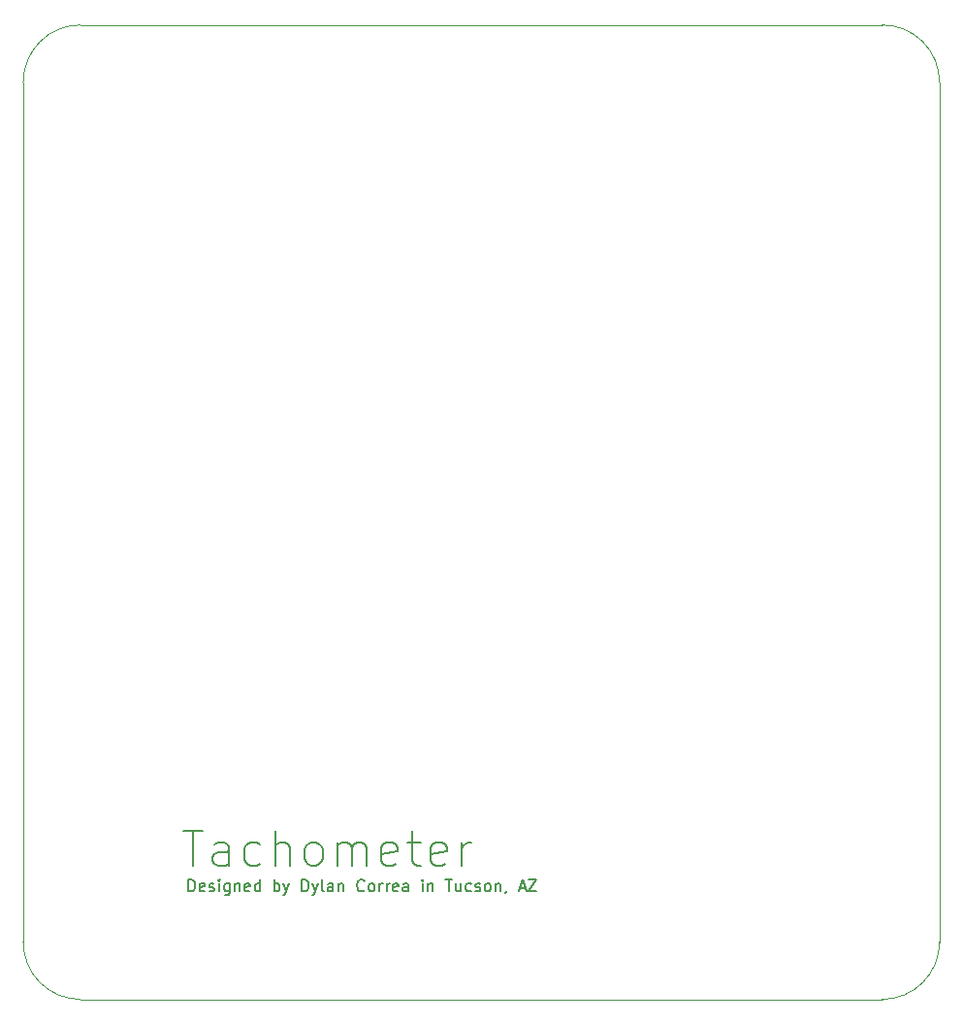
<source format=gbr>
%TF.GenerationSoftware,KiCad,Pcbnew,8.0.6*%
%TF.CreationDate,2025-02-01T10:41:25-07:00*%
%TF.ProjectId,Tachometerkicad,54616368-6f6d-4657-9465-726b69636164,rev?*%
%TF.SameCoordinates,Original*%
%TF.FileFunction,Profile,NP*%
%FSLAX46Y46*%
G04 Gerber Fmt 4.6, Leading zero omitted, Abs format (unit mm)*
G04 Created by KiCad (PCBNEW 8.0.6) date 2025-02-01 10:41:25*
%MOMM*%
%LPD*%
G01*
G04 APERTURE LIST*
%TA.AperFunction,Profile*%
%ADD10C,0.050000*%
%TD*%
%ADD11C,0.150000*%
G04 APERTURE END LIST*
D10*
X110000000Y-40000000D02*
G75*
G02*
X115000000Y-45000000I0J-5000000D01*
G01*
X40000000Y-40000000D02*
X105100000Y-40000000D01*
X35000000Y-120000000D02*
X35000000Y-45000000D01*
X40000000Y-125000000D02*
G75*
G02*
X35000000Y-120000000I0J5000000D01*
G01*
X110000000Y-125000000D02*
X40000000Y-125000000D01*
X110000000Y-40000000D02*
X105100000Y-40000000D01*
X35000000Y-45000000D02*
G75*
G02*
X40000000Y-40000000I5000000J0D01*
G01*
X115000000Y-120000000D02*
G75*
G02*
X110000000Y-125000000I-5000000J0D01*
G01*
X115000000Y-45000000D02*
X115000000Y-120000000D01*
D11*
X48984398Y-110325057D02*
X50698684Y-110325057D01*
X49841541Y-113325057D02*
X49841541Y-110325057D01*
X52984398Y-113325057D02*
X52984398Y-111753628D01*
X52984398Y-111753628D02*
X52841540Y-111467914D01*
X52841540Y-111467914D02*
X52555826Y-111325057D01*
X52555826Y-111325057D02*
X51984398Y-111325057D01*
X51984398Y-111325057D02*
X51698683Y-111467914D01*
X52984398Y-113182200D02*
X52698683Y-113325057D01*
X52698683Y-113325057D02*
X51984398Y-113325057D01*
X51984398Y-113325057D02*
X51698683Y-113182200D01*
X51698683Y-113182200D02*
X51555826Y-112896485D01*
X51555826Y-112896485D02*
X51555826Y-112610771D01*
X51555826Y-112610771D02*
X51698683Y-112325057D01*
X51698683Y-112325057D02*
X51984398Y-112182200D01*
X51984398Y-112182200D02*
X52698683Y-112182200D01*
X52698683Y-112182200D02*
X52984398Y-112039342D01*
X55698684Y-113182200D02*
X55412969Y-113325057D01*
X55412969Y-113325057D02*
X54841541Y-113325057D01*
X54841541Y-113325057D02*
X54555826Y-113182200D01*
X54555826Y-113182200D02*
X54412969Y-113039342D01*
X54412969Y-113039342D02*
X54270112Y-112753628D01*
X54270112Y-112753628D02*
X54270112Y-111896485D01*
X54270112Y-111896485D02*
X54412969Y-111610771D01*
X54412969Y-111610771D02*
X54555826Y-111467914D01*
X54555826Y-111467914D02*
X54841541Y-111325057D01*
X54841541Y-111325057D02*
X55412969Y-111325057D01*
X55412969Y-111325057D02*
X55698684Y-111467914D01*
X56984398Y-113325057D02*
X56984398Y-110325057D01*
X58270113Y-113325057D02*
X58270113Y-111753628D01*
X58270113Y-111753628D02*
X58127255Y-111467914D01*
X58127255Y-111467914D02*
X57841541Y-111325057D01*
X57841541Y-111325057D02*
X57412970Y-111325057D01*
X57412970Y-111325057D02*
X57127255Y-111467914D01*
X57127255Y-111467914D02*
X56984398Y-111610771D01*
X60127256Y-113325057D02*
X59841541Y-113182200D01*
X59841541Y-113182200D02*
X59698684Y-113039342D01*
X59698684Y-113039342D02*
X59555827Y-112753628D01*
X59555827Y-112753628D02*
X59555827Y-111896485D01*
X59555827Y-111896485D02*
X59698684Y-111610771D01*
X59698684Y-111610771D02*
X59841541Y-111467914D01*
X59841541Y-111467914D02*
X60127256Y-111325057D01*
X60127256Y-111325057D02*
X60555827Y-111325057D01*
X60555827Y-111325057D02*
X60841541Y-111467914D01*
X60841541Y-111467914D02*
X60984399Y-111610771D01*
X60984399Y-111610771D02*
X61127256Y-111896485D01*
X61127256Y-111896485D02*
X61127256Y-112753628D01*
X61127256Y-112753628D02*
X60984399Y-113039342D01*
X60984399Y-113039342D02*
X60841541Y-113182200D01*
X60841541Y-113182200D02*
X60555827Y-113325057D01*
X60555827Y-113325057D02*
X60127256Y-113325057D01*
X62412970Y-113325057D02*
X62412970Y-111325057D01*
X62412970Y-111610771D02*
X62555827Y-111467914D01*
X62555827Y-111467914D02*
X62841542Y-111325057D01*
X62841542Y-111325057D02*
X63270113Y-111325057D01*
X63270113Y-111325057D02*
X63555827Y-111467914D01*
X63555827Y-111467914D02*
X63698685Y-111753628D01*
X63698685Y-111753628D02*
X63698685Y-113325057D01*
X63698685Y-111753628D02*
X63841542Y-111467914D01*
X63841542Y-111467914D02*
X64127256Y-111325057D01*
X64127256Y-111325057D02*
X64555827Y-111325057D01*
X64555827Y-111325057D02*
X64841542Y-111467914D01*
X64841542Y-111467914D02*
X64984399Y-111753628D01*
X64984399Y-111753628D02*
X64984399Y-113325057D01*
X67555827Y-113182200D02*
X67270113Y-113325057D01*
X67270113Y-113325057D02*
X66698685Y-113325057D01*
X66698685Y-113325057D02*
X66412970Y-113182200D01*
X66412970Y-113182200D02*
X66270113Y-112896485D01*
X66270113Y-112896485D02*
X66270113Y-111753628D01*
X66270113Y-111753628D02*
X66412970Y-111467914D01*
X66412970Y-111467914D02*
X66698685Y-111325057D01*
X66698685Y-111325057D02*
X67270113Y-111325057D01*
X67270113Y-111325057D02*
X67555827Y-111467914D01*
X67555827Y-111467914D02*
X67698685Y-111753628D01*
X67698685Y-111753628D02*
X67698685Y-112039342D01*
X67698685Y-112039342D02*
X66270113Y-112325057D01*
X68555828Y-111325057D02*
X69698685Y-111325057D01*
X68984399Y-110325057D02*
X68984399Y-112896485D01*
X68984399Y-112896485D02*
X69127256Y-113182200D01*
X69127256Y-113182200D02*
X69412971Y-113325057D01*
X69412971Y-113325057D02*
X69698685Y-113325057D01*
X71841542Y-113182200D02*
X71555828Y-113325057D01*
X71555828Y-113325057D02*
X70984400Y-113325057D01*
X70984400Y-113325057D02*
X70698685Y-113182200D01*
X70698685Y-113182200D02*
X70555828Y-112896485D01*
X70555828Y-112896485D02*
X70555828Y-111753628D01*
X70555828Y-111753628D02*
X70698685Y-111467914D01*
X70698685Y-111467914D02*
X70984400Y-111325057D01*
X70984400Y-111325057D02*
X71555828Y-111325057D01*
X71555828Y-111325057D02*
X71841542Y-111467914D01*
X71841542Y-111467914D02*
X71984400Y-111753628D01*
X71984400Y-111753628D02*
X71984400Y-112039342D01*
X71984400Y-112039342D02*
X70555828Y-112325057D01*
X73270114Y-113325057D02*
X73270114Y-111325057D01*
X73270114Y-111896485D02*
X73412971Y-111610771D01*
X73412971Y-111610771D02*
X73555829Y-111467914D01*
X73555829Y-111467914D02*
X73841543Y-111325057D01*
X73841543Y-111325057D02*
X74127257Y-111325057D01*
X49436779Y-115569819D02*
X49436779Y-114569819D01*
X49436779Y-114569819D02*
X49674874Y-114569819D01*
X49674874Y-114569819D02*
X49817731Y-114617438D01*
X49817731Y-114617438D02*
X49912969Y-114712676D01*
X49912969Y-114712676D02*
X49960588Y-114807914D01*
X49960588Y-114807914D02*
X50008207Y-114998390D01*
X50008207Y-114998390D02*
X50008207Y-115141247D01*
X50008207Y-115141247D02*
X49960588Y-115331723D01*
X49960588Y-115331723D02*
X49912969Y-115426961D01*
X49912969Y-115426961D02*
X49817731Y-115522200D01*
X49817731Y-115522200D02*
X49674874Y-115569819D01*
X49674874Y-115569819D02*
X49436779Y-115569819D01*
X50817731Y-115522200D02*
X50722493Y-115569819D01*
X50722493Y-115569819D02*
X50532017Y-115569819D01*
X50532017Y-115569819D02*
X50436779Y-115522200D01*
X50436779Y-115522200D02*
X50389160Y-115426961D01*
X50389160Y-115426961D02*
X50389160Y-115046009D01*
X50389160Y-115046009D02*
X50436779Y-114950771D01*
X50436779Y-114950771D02*
X50532017Y-114903152D01*
X50532017Y-114903152D02*
X50722493Y-114903152D01*
X50722493Y-114903152D02*
X50817731Y-114950771D01*
X50817731Y-114950771D02*
X50865350Y-115046009D01*
X50865350Y-115046009D02*
X50865350Y-115141247D01*
X50865350Y-115141247D02*
X50389160Y-115236485D01*
X51246303Y-115522200D02*
X51341541Y-115569819D01*
X51341541Y-115569819D02*
X51532017Y-115569819D01*
X51532017Y-115569819D02*
X51627255Y-115522200D01*
X51627255Y-115522200D02*
X51674874Y-115426961D01*
X51674874Y-115426961D02*
X51674874Y-115379342D01*
X51674874Y-115379342D02*
X51627255Y-115284104D01*
X51627255Y-115284104D02*
X51532017Y-115236485D01*
X51532017Y-115236485D02*
X51389160Y-115236485D01*
X51389160Y-115236485D02*
X51293922Y-115188866D01*
X51293922Y-115188866D02*
X51246303Y-115093628D01*
X51246303Y-115093628D02*
X51246303Y-115046009D01*
X51246303Y-115046009D02*
X51293922Y-114950771D01*
X51293922Y-114950771D02*
X51389160Y-114903152D01*
X51389160Y-114903152D02*
X51532017Y-114903152D01*
X51532017Y-114903152D02*
X51627255Y-114950771D01*
X52103446Y-115569819D02*
X52103446Y-114903152D01*
X52103446Y-114569819D02*
X52055827Y-114617438D01*
X52055827Y-114617438D02*
X52103446Y-114665057D01*
X52103446Y-114665057D02*
X52151065Y-114617438D01*
X52151065Y-114617438D02*
X52103446Y-114569819D01*
X52103446Y-114569819D02*
X52103446Y-114665057D01*
X53008207Y-114903152D02*
X53008207Y-115712676D01*
X53008207Y-115712676D02*
X52960588Y-115807914D01*
X52960588Y-115807914D02*
X52912969Y-115855533D01*
X52912969Y-115855533D02*
X52817731Y-115903152D01*
X52817731Y-115903152D02*
X52674874Y-115903152D01*
X52674874Y-115903152D02*
X52579636Y-115855533D01*
X53008207Y-115522200D02*
X52912969Y-115569819D01*
X52912969Y-115569819D02*
X52722493Y-115569819D01*
X52722493Y-115569819D02*
X52627255Y-115522200D01*
X52627255Y-115522200D02*
X52579636Y-115474580D01*
X52579636Y-115474580D02*
X52532017Y-115379342D01*
X52532017Y-115379342D02*
X52532017Y-115093628D01*
X52532017Y-115093628D02*
X52579636Y-114998390D01*
X52579636Y-114998390D02*
X52627255Y-114950771D01*
X52627255Y-114950771D02*
X52722493Y-114903152D01*
X52722493Y-114903152D02*
X52912969Y-114903152D01*
X52912969Y-114903152D02*
X53008207Y-114950771D01*
X53484398Y-114903152D02*
X53484398Y-115569819D01*
X53484398Y-114998390D02*
X53532017Y-114950771D01*
X53532017Y-114950771D02*
X53627255Y-114903152D01*
X53627255Y-114903152D02*
X53770112Y-114903152D01*
X53770112Y-114903152D02*
X53865350Y-114950771D01*
X53865350Y-114950771D02*
X53912969Y-115046009D01*
X53912969Y-115046009D02*
X53912969Y-115569819D01*
X54770112Y-115522200D02*
X54674874Y-115569819D01*
X54674874Y-115569819D02*
X54484398Y-115569819D01*
X54484398Y-115569819D02*
X54389160Y-115522200D01*
X54389160Y-115522200D02*
X54341541Y-115426961D01*
X54341541Y-115426961D02*
X54341541Y-115046009D01*
X54341541Y-115046009D02*
X54389160Y-114950771D01*
X54389160Y-114950771D02*
X54484398Y-114903152D01*
X54484398Y-114903152D02*
X54674874Y-114903152D01*
X54674874Y-114903152D02*
X54770112Y-114950771D01*
X54770112Y-114950771D02*
X54817731Y-115046009D01*
X54817731Y-115046009D02*
X54817731Y-115141247D01*
X54817731Y-115141247D02*
X54341541Y-115236485D01*
X55674874Y-115569819D02*
X55674874Y-114569819D01*
X55674874Y-115522200D02*
X55579636Y-115569819D01*
X55579636Y-115569819D02*
X55389160Y-115569819D01*
X55389160Y-115569819D02*
X55293922Y-115522200D01*
X55293922Y-115522200D02*
X55246303Y-115474580D01*
X55246303Y-115474580D02*
X55198684Y-115379342D01*
X55198684Y-115379342D02*
X55198684Y-115093628D01*
X55198684Y-115093628D02*
X55246303Y-114998390D01*
X55246303Y-114998390D02*
X55293922Y-114950771D01*
X55293922Y-114950771D02*
X55389160Y-114903152D01*
X55389160Y-114903152D02*
X55579636Y-114903152D01*
X55579636Y-114903152D02*
X55674874Y-114950771D01*
X56912970Y-115569819D02*
X56912970Y-114569819D01*
X56912970Y-114950771D02*
X57008208Y-114903152D01*
X57008208Y-114903152D02*
X57198684Y-114903152D01*
X57198684Y-114903152D02*
X57293922Y-114950771D01*
X57293922Y-114950771D02*
X57341541Y-114998390D01*
X57341541Y-114998390D02*
X57389160Y-115093628D01*
X57389160Y-115093628D02*
X57389160Y-115379342D01*
X57389160Y-115379342D02*
X57341541Y-115474580D01*
X57341541Y-115474580D02*
X57293922Y-115522200D01*
X57293922Y-115522200D02*
X57198684Y-115569819D01*
X57198684Y-115569819D02*
X57008208Y-115569819D01*
X57008208Y-115569819D02*
X56912970Y-115522200D01*
X57722494Y-114903152D02*
X57960589Y-115569819D01*
X58198684Y-114903152D02*
X57960589Y-115569819D01*
X57960589Y-115569819D02*
X57865351Y-115807914D01*
X57865351Y-115807914D02*
X57817732Y-115855533D01*
X57817732Y-115855533D02*
X57722494Y-115903152D01*
X59341542Y-115569819D02*
X59341542Y-114569819D01*
X59341542Y-114569819D02*
X59579637Y-114569819D01*
X59579637Y-114569819D02*
X59722494Y-114617438D01*
X59722494Y-114617438D02*
X59817732Y-114712676D01*
X59817732Y-114712676D02*
X59865351Y-114807914D01*
X59865351Y-114807914D02*
X59912970Y-114998390D01*
X59912970Y-114998390D02*
X59912970Y-115141247D01*
X59912970Y-115141247D02*
X59865351Y-115331723D01*
X59865351Y-115331723D02*
X59817732Y-115426961D01*
X59817732Y-115426961D02*
X59722494Y-115522200D01*
X59722494Y-115522200D02*
X59579637Y-115569819D01*
X59579637Y-115569819D02*
X59341542Y-115569819D01*
X60246304Y-114903152D02*
X60484399Y-115569819D01*
X60722494Y-114903152D02*
X60484399Y-115569819D01*
X60484399Y-115569819D02*
X60389161Y-115807914D01*
X60389161Y-115807914D02*
X60341542Y-115855533D01*
X60341542Y-115855533D02*
X60246304Y-115903152D01*
X61246304Y-115569819D02*
X61151066Y-115522200D01*
X61151066Y-115522200D02*
X61103447Y-115426961D01*
X61103447Y-115426961D02*
X61103447Y-114569819D01*
X62055828Y-115569819D02*
X62055828Y-115046009D01*
X62055828Y-115046009D02*
X62008209Y-114950771D01*
X62008209Y-114950771D02*
X61912971Y-114903152D01*
X61912971Y-114903152D02*
X61722495Y-114903152D01*
X61722495Y-114903152D02*
X61627257Y-114950771D01*
X62055828Y-115522200D02*
X61960590Y-115569819D01*
X61960590Y-115569819D02*
X61722495Y-115569819D01*
X61722495Y-115569819D02*
X61627257Y-115522200D01*
X61627257Y-115522200D02*
X61579638Y-115426961D01*
X61579638Y-115426961D02*
X61579638Y-115331723D01*
X61579638Y-115331723D02*
X61627257Y-115236485D01*
X61627257Y-115236485D02*
X61722495Y-115188866D01*
X61722495Y-115188866D02*
X61960590Y-115188866D01*
X61960590Y-115188866D02*
X62055828Y-115141247D01*
X62532019Y-114903152D02*
X62532019Y-115569819D01*
X62532019Y-114998390D02*
X62579638Y-114950771D01*
X62579638Y-114950771D02*
X62674876Y-114903152D01*
X62674876Y-114903152D02*
X62817733Y-114903152D01*
X62817733Y-114903152D02*
X62912971Y-114950771D01*
X62912971Y-114950771D02*
X62960590Y-115046009D01*
X62960590Y-115046009D02*
X62960590Y-115569819D01*
X64770114Y-115474580D02*
X64722495Y-115522200D01*
X64722495Y-115522200D02*
X64579638Y-115569819D01*
X64579638Y-115569819D02*
X64484400Y-115569819D01*
X64484400Y-115569819D02*
X64341543Y-115522200D01*
X64341543Y-115522200D02*
X64246305Y-115426961D01*
X64246305Y-115426961D02*
X64198686Y-115331723D01*
X64198686Y-115331723D02*
X64151067Y-115141247D01*
X64151067Y-115141247D02*
X64151067Y-114998390D01*
X64151067Y-114998390D02*
X64198686Y-114807914D01*
X64198686Y-114807914D02*
X64246305Y-114712676D01*
X64246305Y-114712676D02*
X64341543Y-114617438D01*
X64341543Y-114617438D02*
X64484400Y-114569819D01*
X64484400Y-114569819D02*
X64579638Y-114569819D01*
X64579638Y-114569819D02*
X64722495Y-114617438D01*
X64722495Y-114617438D02*
X64770114Y-114665057D01*
X65341543Y-115569819D02*
X65246305Y-115522200D01*
X65246305Y-115522200D02*
X65198686Y-115474580D01*
X65198686Y-115474580D02*
X65151067Y-115379342D01*
X65151067Y-115379342D02*
X65151067Y-115093628D01*
X65151067Y-115093628D02*
X65198686Y-114998390D01*
X65198686Y-114998390D02*
X65246305Y-114950771D01*
X65246305Y-114950771D02*
X65341543Y-114903152D01*
X65341543Y-114903152D02*
X65484400Y-114903152D01*
X65484400Y-114903152D02*
X65579638Y-114950771D01*
X65579638Y-114950771D02*
X65627257Y-114998390D01*
X65627257Y-114998390D02*
X65674876Y-115093628D01*
X65674876Y-115093628D02*
X65674876Y-115379342D01*
X65674876Y-115379342D02*
X65627257Y-115474580D01*
X65627257Y-115474580D02*
X65579638Y-115522200D01*
X65579638Y-115522200D02*
X65484400Y-115569819D01*
X65484400Y-115569819D02*
X65341543Y-115569819D01*
X66103448Y-115569819D02*
X66103448Y-114903152D01*
X66103448Y-115093628D02*
X66151067Y-114998390D01*
X66151067Y-114998390D02*
X66198686Y-114950771D01*
X66198686Y-114950771D02*
X66293924Y-114903152D01*
X66293924Y-114903152D02*
X66389162Y-114903152D01*
X66722496Y-115569819D02*
X66722496Y-114903152D01*
X66722496Y-115093628D02*
X66770115Y-114998390D01*
X66770115Y-114998390D02*
X66817734Y-114950771D01*
X66817734Y-114950771D02*
X66912972Y-114903152D01*
X66912972Y-114903152D02*
X67008210Y-114903152D01*
X67722496Y-115522200D02*
X67627258Y-115569819D01*
X67627258Y-115569819D02*
X67436782Y-115569819D01*
X67436782Y-115569819D02*
X67341544Y-115522200D01*
X67341544Y-115522200D02*
X67293925Y-115426961D01*
X67293925Y-115426961D02*
X67293925Y-115046009D01*
X67293925Y-115046009D02*
X67341544Y-114950771D01*
X67341544Y-114950771D02*
X67436782Y-114903152D01*
X67436782Y-114903152D02*
X67627258Y-114903152D01*
X67627258Y-114903152D02*
X67722496Y-114950771D01*
X67722496Y-114950771D02*
X67770115Y-115046009D01*
X67770115Y-115046009D02*
X67770115Y-115141247D01*
X67770115Y-115141247D02*
X67293925Y-115236485D01*
X68627258Y-115569819D02*
X68627258Y-115046009D01*
X68627258Y-115046009D02*
X68579639Y-114950771D01*
X68579639Y-114950771D02*
X68484401Y-114903152D01*
X68484401Y-114903152D02*
X68293925Y-114903152D01*
X68293925Y-114903152D02*
X68198687Y-114950771D01*
X68627258Y-115522200D02*
X68532020Y-115569819D01*
X68532020Y-115569819D02*
X68293925Y-115569819D01*
X68293925Y-115569819D02*
X68198687Y-115522200D01*
X68198687Y-115522200D02*
X68151068Y-115426961D01*
X68151068Y-115426961D02*
X68151068Y-115331723D01*
X68151068Y-115331723D02*
X68198687Y-115236485D01*
X68198687Y-115236485D02*
X68293925Y-115188866D01*
X68293925Y-115188866D02*
X68532020Y-115188866D01*
X68532020Y-115188866D02*
X68627258Y-115141247D01*
X69865354Y-115569819D02*
X69865354Y-114903152D01*
X69865354Y-114569819D02*
X69817735Y-114617438D01*
X69817735Y-114617438D02*
X69865354Y-114665057D01*
X69865354Y-114665057D02*
X69912973Y-114617438D01*
X69912973Y-114617438D02*
X69865354Y-114569819D01*
X69865354Y-114569819D02*
X69865354Y-114665057D01*
X70341544Y-114903152D02*
X70341544Y-115569819D01*
X70341544Y-114998390D02*
X70389163Y-114950771D01*
X70389163Y-114950771D02*
X70484401Y-114903152D01*
X70484401Y-114903152D02*
X70627258Y-114903152D01*
X70627258Y-114903152D02*
X70722496Y-114950771D01*
X70722496Y-114950771D02*
X70770115Y-115046009D01*
X70770115Y-115046009D02*
X70770115Y-115569819D01*
X71865354Y-114569819D02*
X72436782Y-114569819D01*
X72151068Y-115569819D02*
X72151068Y-114569819D01*
X73198687Y-114903152D02*
X73198687Y-115569819D01*
X72770116Y-114903152D02*
X72770116Y-115426961D01*
X72770116Y-115426961D02*
X72817735Y-115522200D01*
X72817735Y-115522200D02*
X72912973Y-115569819D01*
X72912973Y-115569819D02*
X73055830Y-115569819D01*
X73055830Y-115569819D02*
X73151068Y-115522200D01*
X73151068Y-115522200D02*
X73198687Y-115474580D01*
X74103449Y-115522200D02*
X74008211Y-115569819D01*
X74008211Y-115569819D02*
X73817735Y-115569819D01*
X73817735Y-115569819D02*
X73722497Y-115522200D01*
X73722497Y-115522200D02*
X73674878Y-115474580D01*
X73674878Y-115474580D02*
X73627259Y-115379342D01*
X73627259Y-115379342D02*
X73627259Y-115093628D01*
X73627259Y-115093628D02*
X73674878Y-114998390D01*
X73674878Y-114998390D02*
X73722497Y-114950771D01*
X73722497Y-114950771D02*
X73817735Y-114903152D01*
X73817735Y-114903152D02*
X74008211Y-114903152D01*
X74008211Y-114903152D02*
X74103449Y-114950771D01*
X74484402Y-115522200D02*
X74579640Y-115569819D01*
X74579640Y-115569819D02*
X74770116Y-115569819D01*
X74770116Y-115569819D02*
X74865354Y-115522200D01*
X74865354Y-115522200D02*
X74912973Y-115426961D01*
X74912973Y-115426961D02*
X74912973Y-115379342D01*
X74912973Y-115379342D02*
X74865354Y-115284104D01*
X74865354Y-115284104D02*
X74770116Y-115236485D01*
X74770116Y-115236485D02*
X74627259Y-115236485D01*
X74627259Y-115236485D02*
X74532021Y-115188866D01*
X74532021Y-115188866D02*
X74484402Y-115093628D01*
X74484402Y-115093628D02*
X74484402Y-115046009D01*
X74484402Y-115046009D02*
X74532021Y-114950771D01*
X74532021Y-114950771D02*
X74627259Y-114903152D01*
X74627259Y-114903152D02*
X74770116Y-114903152D01*
X74770116Y-114903152D02*
X74865354Y-114950771D01*
X75484402Y-115569819D02*
X75389164Y-115522200D01*
X75389164Y-115522200D02*
X75341545Y-115474580D01*
X75341545Y-115474580D02*
X75293926Y-115379342D01*
X75293926Y-115379342D02*
X75293926Y-115093628D01*
X75293926Y-115093628D02*
X75341545Y-114998390D01*
X75341545Y-114998390D02*
X75389164Y-114950771D01*
X75389164Y-114950771D02*
X75484402Y-114903152D01*
X75484402Y-114903152D02*
X75627259Y-114903152D01*
X75627259Y-114903152D02*
X75722497Y-114950771D01*
X75722497Y-114950771D02*
X75770116Y-114998390D01*
X75770116Y-114998390D02*
X75817735Y-115093628D01*
X75817735Y-115093628D02*
X75817735Y-115379342D01*
X75817735Y-115379342D02*
X75770116Y-115474580D01*
X75770116Y-115474580D02*
X75722497Y-115522200D01*
X75722497Y-115522200D02*
X75627259Y-115569819D01*
X75627259Y-115569819D02*
X75484402Y-115569819D01*
X76246307Y-114903152D02*
X76246307Y-115569819D01*
X76246307Y-114998390D02*
X76293926Y-114950771D01*
X76293926Y-114950771D02*
X76389164Y-114903152D01*
X76389164Y-114903152D02*
X76532021Y-114903152D01*
X76532021Y-114903152D02*
X76627259Y-114950771D01*
X76627259Y-114950771D02*
X76674878Y-115046009D01*
X76674878Y-115046009D02*
X76674878Y-115569819D01*
X77198688Y-115522200D02*
X77198688Y-115569819D01*
X77198688Y-115569819D02*
X77151069Y-115665057D01*
X77151069Y-115665057D02*
X77103450Y-115712676D01*
X78341545Y-115284104D02*
X78817735Y-115284104D01*
X78246307Y-115569819D02*
X78579640Y-114569819D01*
X78579640Y-114569819D02*
X78912973Y-115569819D01*
X79151069Y-114569819D02*
X79817735Y-114569819D01*
X79817735Y-114569819D02*
X79151069Y-115569819D01*
X79151069Y-115569819D02*
X79817735Y-115569819D01*
M02*

</source>
